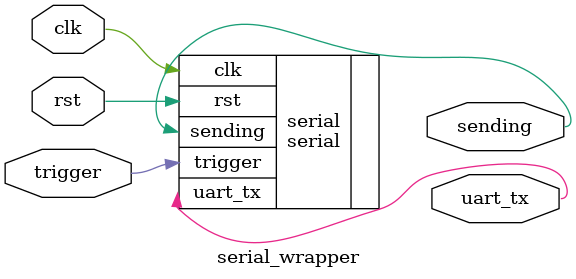
<source format=v>
`default_nettype none

module serial_wrapper(
   input wire  clk, rst, trigger,
   output wire uart_tx, sending
);
   
   serial serial(.clk(clk), .rst(rst), .trigger(trigger), .uart_tx(uart_tx), .sending(sending));
     
endmodule

</source>
